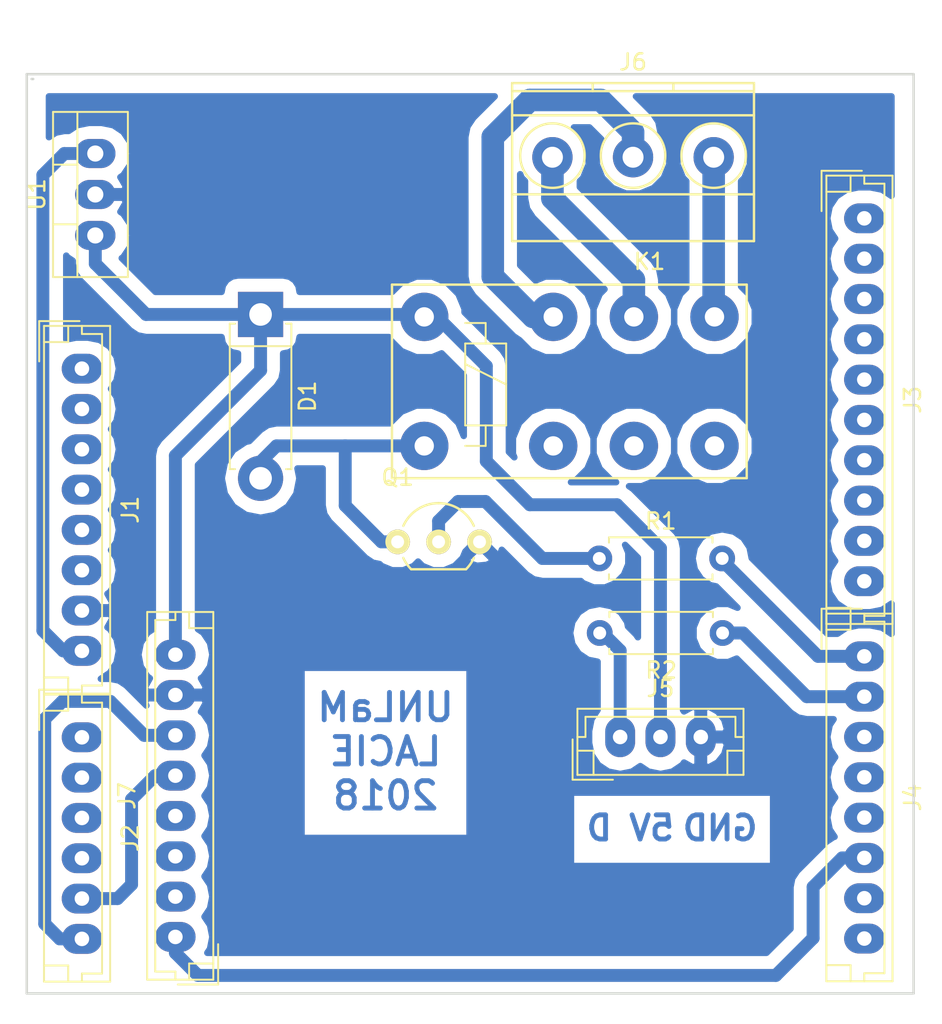
<source format=kicad_pcb>
(kicad_pcb (version 4) (host pcbnew 4.0.5+dfsg1-4)

  (general
    (links 21)
    (no_connects 0)
    (area 20.724999 21.224999 75.275001 78.075001)
    (thickness 1.6)
    (drawings 11)
    (tracks 78)
    (zones 0)
    (modules 13)
    (nets 46)
  )

  (page A4)
  (layers
    (0 F.Cu signal)
    (31 B.Cu signal)
    (32 B.Adhes user)
    (33 F.Adhes user)
    (34 B.Paste user)
    (35 F.Paste user)
    (36 B.SilkS user)
    (37 F.SilkS user)
    (38 B.Mask user)
    (39 F.Mask user)
    (40 Dwgs.User user)
    (41 Cmts.User user)
    (42 Eco1.User user)
    (43 Eco2.User user)
    (44 Edge.Cuts user)
    (45 Margin user)
    (46 B.CrtYd user)
    (47 F.CrtYd user)
    (48 B.Fab user)
    (49 F.Fab user)
  )

  (setup
    (last_trace_width 0.8)
    (user_trace_width 0.6)
    (user_trace_width 0.8)
    (user_trace_width 1)
    (user_trace_width 1.4)
    (trace_clearance 0.6)
    (zone_clearance 0.8)
    (zone_45_only no)
    (trace_min 0.2)
    (segment_width 0.2)
    (edge_width 0.15)
    (via_size 0.6)
    (via_drill 0.4)
    (via_min_size 0.4)
    (via_min_drill 0.3)
    (user_via 1 0.4)
    (user_via 1.5 0.6)
    (uvia_size 0.3)
    (uvia_drill 0.1)
    (uvias_allowed no)
    (uvia_min_size 0.2)
    (uvia_min_drill 0.1)
    (pcb_text_width 0.3)
    (pcb_text_size 1.5 1.5)
    (mod_edge_width 0.15)
    (mod_text_size 1 1)
    (mod_text_width 0.15)
    (pad_size 1.85 1.85)
    (pad_drill 0.8)
    (pad_to_mask_clearance 0.2)
    (aux_axis_origin 0 0)
    (visible_elements 7FFEFFFF)
    (pcbplotparams
      (layerselection 0x00000_80000000)
      (usegerberextensions false)
      (excludeedgelayer false)
      (linewidth 0.100000)
      (plotframeref false)
      (viasonmask false)
      (mode 1)
      (useauxorigin false)
      (hpglpennumber 1)
      (hpglpenspeed 20)
      (hpglpendiameter 15)
      (hpglpenoverlay 2)
      (psnegative false)
      (psa4output false)
      (plotreference true)
      (plotvalue true)
      (plotinvisibletext false)
      (padsonsilk false)
      (subtractmaskfromsilk false)
      (outputformat 4)
      (mirror false)
      (drillshape 1)
      (scaleselection 1)
      (outputdirectory ""))
  )

  (net 0 "")
  (net 1 +5V)
  (net 2 "Net-(D1-Pad2)")
  (net 3 "Net-(J1-Pad1)")
  (net 4 "Net-(J1-Pad2)")
  (net 5 "Net-(J1-Pad3)")
  (net 6 "Net-(J1-Pad4)")
  (net 7 "Net-(J1-Pad5)")
  (net 8 "Net-(J1-Pad6)")
  (net 9 GND)
  (net 10 /Vin)
  (net 11 "Net-(J2-Pad1)")
  (net 12 "Net-(J2-Pad2)")
  (net 13 "Net-(J2-Pad3)")
  (net 14 "Net-(J2-Pad4)")
  (net 15 /SDA)
  (net 16 /SCL)
  (net 17 "Net-(J3-Pad1)")
  (net 18 "Net-(J3-Pad2)")
  (net 19 "Net-(J3-Pad3)")
  (net 20 "Net-(J3-Pad4)")
  (net 21 "Net-(J3-Pad5)")
  (net 22 "Net-(J3-Pad6)")
  (net 23 "Net-(J3-Pad7)")
  (net 24 "Net-(J3-Pad8)")
  (net 25 "Net-(J3-Pad9)")
  (net 26 "Net-(J3-Pad10)")
  (net 27 "Net-(J4-Pad1)")
  (net 28 "Net-(J4-Pad2)")
  (net 29 "Net-(J4-Pad3)")
  (net 30 "Net-(J4-Pad4)")
  (net 31 "Net-(J4-Pad5)")
  (net 32 /INT)
  (net 33 "Net-(J4-Pad7)")
  (net 34 "Net-(J4-Pad8)")
  (net 35 /Data)
  (net 36 "Net-(J6-Pad3)")
  (net 37 "Net-(J6-Pad1)")
  (net 38 "Net-(J6-Pad2)")
  (net 39 "Net-(J7-Pad2)")
  (net 40 "Net-(J7-Pad3)")
  (net 41 "Net-(J7-Pad4)")
  (net 42 "Net-(Q1-Pad2)")
  (net 43 "Net-(K1-Pad13)")
  (net 44 "Net-(K1-Pad11)")
  (net 45 "Net-(K1-Pad9)")

  (net_class Default "Esta es la clase de red por defecto."
    (clearance 0.6)
    (trace_width 0.25)
    (via_dia 0.6)
    (via_drill 0.4)
    (uvia_dia 0.3)
    (uvia_drill 0.1)
    (add_net +5V)
    (add_net /Data)
    (add_net /INT)
    (add_net /SCL)
    (add_net /SDA)
    (add_net /Vin)
    (add_net GND)
    (add_net "Net-(D1-Pad2)")
    (add_net "Net-(J1-Pad1)")
    (add_net "Net-(J1-Pad2)")
    (add_net "Net-(J1-Pad3)")
    (add_net "Net-(J1-Pad4)")
    (add_net "Net-(J1-Pad5)")
    (add_net "Net-(J1-Pad6)")
    (add_net "Net-(J2-Pad1)")
    (add_net "Net-(J2-Pad2)")
    (add_net "Net-(J2-Pad3)")
    (add_net "Net-(J2-Pad4)")
    (add_net "Net-(J3-Pad1)")
    (add_net "Net-(J3-Pad10)")
    (add_net "Net-(J3-Pad2)")
    (add_net "Net-(J3-Pad3)")
    (add_net "Net-(J3-Pad4)")
    (add_net "Net-(J3-Pad5)")
    (add_net "Net-(J3-Pad6)")
    (add_net "Net-(J3-Pad7)")
    (add_net "Net-(J3-Pad8)")
    (add_net "Net-(J3-Pad9)")
    (add_net "Net-(J4-Pad1)")
    (add_net "Net-(J4-Pad2)")
    (add_net "Net-(J4-Pad3)")
    (add_net "Net-(J4-Pad4)")
    (add_net "Net-(J4-Pad5)")
    (add_net "Net-(J4-Pad7)")
    (add_net "Net-(J4-Pad8)")
    (add_net "Net-(J6-Pad1)")
    (add_net "Net-(J6-Pad2)")
    (add_net "Net-(J6-Pad3)")
    (add_net "Net-(J7-Pad2)")
    (add_net "Net-(J7-Pad3)")
    (add_net "Net-(J7-Pad4)")
    (add_net "Net-(K1-Pad11)")
    (add_net "Net-(K1-Pad13)")
    (add_net "Net-(K1-Pad9)")
    (add_net "Net-(Q1-Pad2)")
  )

  (module huellas:D_5W_P10.16mm_Horizontal (layer F.Cu) (tedit 5877C982) (tstamp 5BBE8E9D)
    (at 35 35.9 270)
    (descr "D, 5W series, Axial, Horizontal, pin pitch=10.16mm, , length*diameter=8.9*3.7mm^2, , http://www.diodes.com/_files/packages/8686949.gif")
    (tags "D 5W series Axial Horizontal pin pitch 10.16mm  length 8.9mm diameter 3.7mm")
    (path /5B5E830F)
    (fp_text reference D1 (at 5.08 -2.91 270) (layer F.SilkS)
      (effects (font (size 1 1) (thickness 0.15)))
    )
    (fp_text value D (at 5.08 2.91 270) (layer F.Fab)
      (effects (font (size 1 1) (thickness 0.15)))
    )
    (fp_line (start 0.63 -1.85) (end 0.63 1.85) (layer F.Fab) (width 0.1))
    (fp_line (start 0.63 1.85) (end 9.53 1.85) (layer F.Fab) (width 0.1))
    (fp_line (start 9.53 1.85) (end 9.53 -1.85) (layer F.Fab) (width 0.1))
    (fp_line (start 9.53 -1.85) (end 0.63 -1.85) (layer F.Fab) (width 0.1))
    (fp_line (start 0 0) (end 0.63 0) (layer F.Fab) (width 0.1))
    (fp_line (start 10.16 0) (end 9.53 0) (layer F.Fab) (width 0.1))
    (fp_line (start 1.965 -1.85) (end 1.965 1.85) (layer F.Fab) (width 0.1))
    (fp_line (start 0.57 -1.58) (end 0.57 -1.91) (layer F.SilkS) (width 0.12))
    (fp_line (start 0.57 -1.91) (end 9.59 -1.91) (layer F.SilkS) (width 0.12))
    (fp_line (start 9.59 -1.91) (end 9.59 -1.58) (layer F.SilkS) (width 0.12))
    (fp_line (start 0.57 1.58) (end 0.57 1.91) (layer F.SilkS) (width 0.12))
    (fp_line (start 0.57 1.91) (end 9.59 1.91) (layer F.SilkS) (width 0.12))
    (fp_line (start 9.59 1.91) (end 9.59 1.58) (layer F.SilkS) (width 0.12))
    (fp_line (start 1.965 -1.91) (end 1.965 1.91) (layer F.SilkS) (width 0.12))
    (fp_line (start -1.65 -2.2) (end -1.65 2.2) (layer F.CrtYd) (width 0.05))
    (fp_line (start -1.65 2.2) (end 11.85 2.2) (layer F.CrtYd) (width 0.05))
    (fp_line (start 11.85 2.2) (end 11.85 -2.2) (layer F.CrtYd) (width 0.05))
    (fp_line (start 11.85 -2.2) (end -1.65 -2.2) (layer F.CrtYd) (width 0.05))
    (pad 1 thru_hole rect (at 0 0 270) (size 2.8 2.8) (drill 1.4) (layers *.Cu *.Mask)
      (net 1 +5V))
    (pad 2 thru_hole oval (at 10.16 0 270) (size 2.8 2.8) (drill 1.4) (layers *.Cu *.Mask)
      (net 2 "Net-(D1-Pad2)"))
    (model Diodes_THT.3dshapes/D_5W_P10.16mm_Horizontal.wrl
      (at (xyz 0 0 0))
      (scale (xyz 0.393701 0.393701 0.393701))
      (rotate (xyz 0 0 0))
    )
  )

  (module huellas:JST_EH_B08B-EH-A_08x2.50mm_Straight (layer F.Cu) (tedit 5B9F300E) (tstamp 5BBE8EA2)
    (at 23.92 39.26 270)
    (descr "JST EH series connector, B08B-EH-A, 2.50mm pitch, top entry")
    (tags "connector jst eh top vertical straight")
    (path /5B5E6C89)
    (fp_text reference J1 (at 8.75 -3 270) (layer F.SilkS)
      (effects (font (size 1 1) (thickness 0.15)))
    )
    (fp_text value CONN_01X08 (at 8.75 3.5 270) (layer F.Fab)
      (effects (font (size 1 1) (thickness 0.15)))
    )
    (fp_text user %R (at 8.75 -3 270) (layer F.Fab)
      (effects (font (size 1 1) (thickness 0.15)))
    )
    (fp_line (start -2.5 -1.6) (end -2.5 2.2) (layer F.Fab) (width 0.1))
    (fp_line (start -2.5 2.2) (end 20 2.2) (layer F.Fab) (width 0.1))
    (fp_line (start 20 2.2) (end 20 -1.6) (layer F.Fab) (width 0.1))
    (fp_line (start 20 -1.6) (end -2.5 -1.6) (layer F.Fab) (width 0.1))
    (fp_line (start -2.65 -1.75) (end -2.65 2.35) (layer F.SilkS) (width 0.12))
    (fp_line (start -2.65 2.35) (end 20.15 2.35) (layer F.SilkS) (width 0.12))
    (fp_line (start 20.15 2.35) (end 20.15 -1.75) (layer F.SilkS) (width 0.12))
    (fp_line (start 20.15 -1.75) (end -2.65 -1.75) (layer F.SilkS) (width 0.12))
    (fp_line (start -2.65 0) (end -2.15 0) (layer F.SilkS) (width 0.12))
    (fp_line (start -2.15 0) (end -2.15 -1.25) (layer F.SilkS) (width 0.12))
    (fp_line (start -2.15 -1.25) (end 19.65 -1.25) (layer F.SilkS) (width 0.12))
    (fp_line (start 19.65 -1.25) (end 19.65 0) (layer F.SilkS) (width 0.12))
    (fp_line (start 19.65 0) (end 20.15 0) (layer F.SilkS) (width 0.12))
    (fp_line (start -2.65 0.85) (end -1.65 0.85) (layer F.SilkS) (width 0.12))
    (fp_line (start -1.65 0.85) (end -1.65 2.35) (layer F.SilkS) (width 0.12))
    (fp_line (start 20.15 0.85) (end 19.15 0.85) (layer F.SilkS) (width 0.12))
    (fp_line (start 19.15 0.85) (end 19.15 2.35) (layer F.SilkS) (width 0.12))
    (fp_line (start -2.95 0.15) (end -2.95 2.65) (layer F.SilkS) (width 0.12))
    (fp_line (start -2.95 2.65) (end -0.45 2.65) (layer F.SilkS) (width 0.12))
    (fp_line (start -2.95 0.15) (end -2.95 2.65) (layer F.Fab) (width 0.1))
    (fp_line (start -2.95 2.65) (end -0.45 2.65) (layer F.Fab) (width 0.1))
    (fp_line (start -3.15 -2.25) (end -3.15 2.85) (layer F.CrtYd) (width 0.05))
    (fp_line (start -3.15 2.85) (end 20.65 2.85) (layer F.CrtYd) (width 0.05))
    (fp_line (start 20.65 2.85) (end 20.65 -2.25) (layer F.CrtYd) (width 0.05))
    (fp_line (start 20.65 -2.25) (end -3.15 -2.25) (layer F.CrtYd) (width 0.05))
    (pad 1 thru_hole oval (at 0 0 270) (size 1.85 2.5) (drill 0.9) (layers *.Cu *.Mask)
      (net 3 "Net-(J1-Pad1)"))
    (pad 2 thru_hole oval (at 2.5 0 270) (size 1.85 2.5) (drill 0.9) (layers *.Cu *.Mask)
      (net 4 "Net-(J1-Pad2)"))
    (pad 3 thru_hole oval (at 5 0 270) (size 1.85 2.5) (drill 0.9) (layers *.Cu *.Mask)
      (net 5 "Net-(J1-Pad3)"))
    (pad 4 thru_hole oval (at 7.5 0 270) (size 1.85 2.5) (drill 0.9) (layers *.Cu *.Mask)
      (net 6 "Net-(J1-Pad4)"))
    (pad 5 thru_hole oval (at 10 0 270) (size 1.85 2.5) (drill 0.9) (layers *.Cu *.Mask)
      (net 7 "Net-(J1-Pad5)"))
    (pad 6 thru_hole oval (at 12.5 0 270) (size 1.85 2.5) (drill 0.9) (layers *.Cu *.Mask)
      (net 8 "Net-(J1-Pad6)"))
    (pad 7 thru_hole oval (at 15 0 270) (size 1.85 2.5) (drill 0.9) (layers *.Cu *.Mask)
      (net 9 GND))
    (pad 8 thru_hole oval (at 17.5 0 270) (size 1.85 2.5) (drill 0.9) (layers *.Cu *.Mask)
      (net 10 /Vin))
    (model Connectors_JST.3dshapes/JST_EH_B08B-EH-A_08x2.50mm_Straight.wrl
      (at (xyz 0 0 0))
      (scale (xyz 1 1 1))
      (rotate (xyz 0 0 0))
    )
  )

  (module huellas:JST_EH_B06B-EH-A_06x2.50mm_Straight (layer F.Cu) (tedit 5B9F2FEC) (tstamp 5BBE8EAD)
    (at 23.92 62.12 270)
    (descr "JST EH series connector, B06B-EH-A, 2.50mm pitch, top entry")
    (tags "connector jst eh top vertical straight")
    (path /5B5E6C64)
    (fp_text reference J2 (at 6.25 -3 270) (layer F.SilkS)
      (effects (font (size 1 1) (thickness 0.15)))
    )
    (fp_text value CONN_01X06 (at 6.25 3.5 270) (layer F.Fab)
      (effects (font (size 1 1) (thickness 0.15)))
    )
    (fp_text user %R (at 6.25 -3 270) (layer F.Fab)
      (effects (font (size 1 1) (thickness 0.15)))
    )
    (fp_line (start -2.5 -1.6) (end -2.5 2.2) (layer F.Fab) (width 0.1))
    (fp_line (start -2.5 2.2) (end 15 2.2) (layer F.Fab) (width 0.1))
    (fp_line (start 15 2.2) (end 15 -1.6) (layer F.Fab) (width 0.1))
    (fp_line (start 15 -1.6) (end -2.5 -1.6) (layer F.Fab) (width 0.1))
    (fp_line (start -2.65 -1.75) (end -2.65 2.35) (layer F.SilkS) (width 0.12))
    (fp_line (start -2.65 2.35) (end 15.15 2.35) (layer F.SilkS) (width 0.12))
    (fp_line (start 15.15 2.35) (end 15.15 -1.75) (layer F.SilkS) (width 0.12))
    (fp_line (start 15.15 -1.75) (end -2.65 -1.75) (layer F.SilkS) (width 0.12))
    (fp_line (start -2.65 0) (end -2.15 0) (layer F.SilkS) (width 0.12))
    (fp_line (start -2.15 0) (end -2.15 -1.25) (layer F.SilkS) (width 0.12))
    (fp_line (start -2.15 -1.25) (end 14.65 -1.25) (layer F.SilkS) (width 0.12))
    (fp_line (start 14.65 -1.25) (end 14.65 0) (layer F.SilkS) (width 0.12))
    (fp_line (start 14.65 0) (end 15.15 0) (layer F.SilkS) (width 0.12))
    (fp_line (start -2.65 0.85) (end -1.65 0.85) (layer F.SilkS) (width 0.12))
    (fp_line (start -1.65 0.85) (end -1.65 2.35) (layer F.SilkS) (width 0.12))
    (fp_line (start 15.15 0.85) (end 14.15 0.85) (layer F.SilkS) (width 0.12))
    (fp_line (start 14.15 0.85) (end 14.15 2.35) (layer F.SilkS) (width 0.12))
    (fp_line (start -2.95 0.15) (end -2.95 2.65) (layer F.SilkS) (width 0.12))
    (fp_line (start -2.95 2.65) (end -0.45 2.65) (layer F.SilkS) (width 0.12))
    (fp_line (start -2.95 0.15) (end -2.95 2.65) (layer F.Fab) (width 0.1))
    (fp_line (start -2.95 2.65) (end -0.45 2.65) (layer F.Fab) (width 0.1))
    (fp_line (start -3.15 -2.25) (end -3.15 2.85) (layer F.CrtYd) (width 0.05))
    (fp_line (start -3.15 2.85) (end 15.65 2.85) (layer F.CrtYd) (width 0.05))
    (fp_line (start 15.65 2.85) (end 15.65 -2.25) (layer F.CrtYd) (width 0.05))
    (fp_line (start 15.65 -2.25) (end -3.15 -2.25) (layer F.CrtYd) (width 0.05))
    (pad 1 thru_hole oval (at 0 0 270) (size 1.85 2.5) (drill 0.9) (layers *.Cu *.Mask)
      (net 11 "Net-(J2-Pad1)"))
    (pad 2 thru_hole oval (at 2.5 0 270) (size 1.85 2.5) (drill 0.9) (layers *.Cu *.Mask)
      (net 12 "Net-(J2-Pad2)"))
    (pad 3 thru_hole oval (at 5 0 270) (size 1.85 2.5) (drill 0.9) (layers *.Cu *.Mask)
      (net 13 "Net-(J2-Pad3)"))
    (pad 4 thru_hole oval (at 7.5 0 270) (size 1.85 2.5) (drill 0.9) (layers *.Cu *.Mask)
      (net 14 "Net-(J2-Pad4)"))
    (pad 5 thru_hole oval (at 10 0 270) (size 1.85 2.5) (drill 0.9) (layers *.Cu *.Mask)
      (net 15 /SDA))
    (pad 6 thru_hole oval (at 12.5 0 270) (size 1.85 2.5) (drill 0.9) (layers *.Cu *.Mask)
      (net 16 /SCL))
    (model Connectors_JST.3dshapes/JST_EH_B06B-EH-A_06x2.50mm_Straight.wrl
      (at (xyz 0 0 0))
      (scale (xyz 1 1 1))
      (rotate (xyz 0 0 0))
    )
  )

  (module huellas:JST_EH_B10B-EH-A_10x2.50mm_Straight (layer F.Cu) (tedit 5B9F3056) (tstamp 5BBE8EB6)
    (at 72.44 29.94 270)
    (descr "JST EH series connector, B10B-EH-A, 2.50mm pitch, top entry")
    (tags "connector jst eh top vertical straight")
    (path /5B5E6EB2)
    (fp_text reference J3 (at 11.25 -3 270) (layer F.SilkS)
      (effects (font (size 1 1) (thickness 0.15)))
    )
    (fp_text value CONN_01X10 (at 11.25 3.5 270) (layer F.Fab)
      (effects (font (size 1 1) (thickness 0.15)))
    )
    (fp_text user %R (at 11.25 -3 270) (layer F.Fab)
      (effects (font (size 1 1) (thickness 0.15)))
    )
    (fp_line (start -2.5 -1.6) (end -2.5 2.2) (layer F.Fab) (width 0.1))
    (fp_line (start -2.5 2.2) (end 25 2.2) (layer F.Fab) (width 0.1))
    (fp_line (start 25 2.2) (end 25 -1.6) (layer F.Fab) (width 0.1))
    (fp_line (start 25 -1.6) (end -2.5 -1.6) (layer F.Fab) (width 0.1))
    (fp_line (start -2.65 -1.75) (end -2.65 2.35) (layer F.SilkS) (width 0.12))
    (fp_line (start -2.65 2.35) (end 25.15 2.35) (layer F.SilkS) (width 0.12))
    (fp_line (start 25.15 2.35) (end 25.15 -1.75) (layer F.SilkS) (width 0.12))
    (fp_line (start 25.15 -1.75) (end -2.65 -1.75) (layer F.SilkS) (width 0.12))
    (fp_line (start -2.65 0) (end -2.15 0) (layer F.SilkS) (width 0.12))
    (fp_line (start -2.15 0) (end -2.15 -1.25) (layer F.SilkS) (width 0.12))
    (fp_line (start -2.15 -1.25) (end 24.65 -1.25) (layer F.SilkS) (width 0.12))
    (fp_line (start 24.65 -1.25) (end 24.65 0) (layer F.SilkS) (width 0.12))
    (fp_line (start 24.65 0) (end 25.15 0) (layer F.SilkS) (width 0.12))
    (fp_line (start -2.65 0.85) (end -1.65 0.85) (layer F.SilkS) (width 0.12))
    (fp_line (start -1.65 0.85) (end -1.65 2.35) (layer F.SilkS) (width 0.12))
    (fp_line (start 25.15 0.85) (end 24.15 0.85) (layer F.SilkS) (width 0.12))
    (fp_line (start 24.15 0.85) (end 24.15 2.35) (layer F.SilkS) (width 0.12))
    (fp_line (start -2.95 0.15) (end -2.95 2.65) (layer F.SilkS) (width 0.12))
    (fp_line (start -2.95 2.65) (end -0.45 2.65) (layer F.SilkS) (width 0.12))
    (fp_line (start -2.95 0.15) (end -2.95 2.65) (layer F.Fab) (width 0.1))
    (fp_line (start -2.95 2.65) (end -0.45 2.65) (layer F.Fab) (width 0.1))
    (fp_line (start -3.15 -2.25) (end -3.15 2.85) (layer F.CrtYd) (width 0.05))
    (fp_line (start -3.15 2.85) (end 25.65 2.85) (layer F.CrtYd) (width 0.05))
    (fp_line (start 25.65 2.85) (end 25.65 -2.25) (layer F.CrtYd) (width 0.05))
    (fp_line (start 25.65 -2.25) (end -3.15 -2.25) (layer F.CrtYd) (width 0.05))
    (pad 1 thru_hole oval (at 0 0 270) (size 1.85 2.5) (drill 0.9) (layers *.Cu *.Mask)
      (net 17 "Net-(J3-Pad1)"))
    (pad 2 thru_hole oval (at 2.5 0 270) (size 1.85 2.5) (drill 0.9) (layers *.Cu *.Mask)
      (net 18 "Net-(J3-Pad2)"))
    (pad 3 thru_hole oval (at 5 0 270) (size 1.85 2.5) (drill 0.9) (layers *.Cu *.Mask)
      (net 19 "Net-(J3-Pad3)"))
    (pad 4 thru_hole oval (at 7.5 0 270) (size 1.85 2.5) (drill 0.9) (layers *.Cu *.Mask)
      (net 20 "Net-(J3-Pad4)"))
    (pad 5 thru_hole oval (at 10 0 270) (size 1.85 2.5) (drill 0.9) (layers *.Cu *.Mask)
      (net 21 "Net-(J3-Pad5)"))
    (pad 6 thru_hole oval (at 12.5 0 270) (size 1.85 2.5) (drill 0.9) (layers *.Cu *.Mask)
      (net 22 "Net-(J3-Pad6)"))
    (pad 7 thru_hole oval (at 15 0 270) (size 1.85 2.5) (drill 0.9) (layers *.Cu *.Mask)
      (net 23 "Net-(J3-Pad7)"))
    (pad 8 thru_hole oval (at 17.5 0 270) (size 1.85 2.5) (drill 0.9) (layers *.Cu *.Mask)
      (net 24 "Net-(J3-Pad8)"))
    (pad 9 thru_hole oval (at 20 0 270) (size 1.85 2.5) (drill 0.9) (layers *.Cu *.Mask)
      (net 25 "Net-(J3-Pad9)"))
    (pad 10 thru_hole oval (at 22.5 0 270) (size 1.85 2.5) (drill 0.9) (layers *.Cu *.Mask)
      (net 26 "Net-(J3-Pad10)"))
    (model Connectors_JST.3dshapes/JST_EH_B10B-EH-A_10x2.50mm_Straight.wrl
      (at (xyz 0 0 0))
      (scale (xyz 1 1 1))
      (rotate (xyz 0 0 0))
    )
  )

  (module huellas:JST_EH_B08B-EH-A_08x2.50mm_Straight (layer F.Cu) (tedit 5B9F300E) (tstamp 5BBE8EC3)
    (at 72.4408 57.0992 270)
    (descr "JST EH series connector, B08B-EH-A, 2.50mm pitch, top entry")
    (tags "connector jst eh top vertical straight")
    (path /5B5E6E57)
    (fp_text reference J4 (at 8.75 -3 270) (layer F.SilkS)
      (effects (font (size 1 1) (thickness 0.15)))
    )
    (fp_text value CONN_01X08 (at 8.75 3.5 270) (layer F.Fab)
      (effects (font (size 1 1) (thickness 0.15)))
    )
    (fp_text user %R (at 8.75 -3 270) (layer F.Fab)
      (effects (font (size 1 1) (thickness 0.15)))
    )
    (fp_line (start -2.5 -1.6) (end -2.5 2.2) (layer F.Fab) (width 0.1))
    (fp_line (start -2.5 2.2) (end 20 2.2) (layer F.Fab) (width 0.1))
    (fp_line (start 20 2.2) (end 20 -1.6) (layer F.Fab) (width 0.1))
    (fp_line (start 20 -1.6) (end -2.5 -1.6) (layer F.Fab) (width 0.1))
    (fp_line (start -2.65 -1.75) (end -2.65 2.35) (layer F.SilkS) (width 0.12))
    (fp_line (start -2.65 2.35) (end 20.15 2.35) (layer F.SilkS) (width 0.12))
    (fp_line (start 20.15 2.35) (end 20.15 -1.75) (layer F.SilkS) (width 0.12))
    (fp_line (start 20.15 -1.75) (end -2.65 -1.75) (layer F.SilkS) (width 0.12))
    (fp_line (start -2.65 0) (end -2.15 0) (layer F.SilkS) (width 0.12))
    (fp_line (start -2.15 0) (end -2.15 -1.25) (layer F.SilkS) (width 0.12))
    (fp_line (start -2.15 -1.25) (end 19.65 -1.25) (layer F.SilkS) (width 0.12))
    (fp_line (start 19.65 -1.25) (end 19.65 0) (layer F.SilkS) (width 0.12))
    (fp_line (start 19.65 0) (end 20.15 0) (layer F.SilkS) (width 0.12))
    (fp_line (start -2.65 0.85) (end -1.65 0.85) (layer F.SilkS) (width 0.12))
    (fp_line (start -1.65 0.85) (end -1.65 2.35) (layer F.SilkS) (width 0.12))
    (fp_line (start 20.15 0.85) (end 19.15 0.85) (layer F.SilkS) (width 0.12))
    (fp_line (start 19.15 0.85) (end 19.15 2.35) (layer F.SilkS) (width 0.12))
    (fp_line (start -2.95 0.15) (end -2.95 2.65) (layer F.SilkS) (width 0.12))
    (fp_line (start -2.95 2.65) (end -0.45 2.65) (layer F.SilkS) (width 0.12))
    (fp_line (start -2.95 0.15) (end -2.95 2.65) (layer F.Fab) (width 0.1))
    (fp_line (start -2.95 2.65) (end -0.45 2.65) (layer F.Fab) (width 0.1))
    (fp_line (start -3.15 -2.25) (end -3.15 2.85) (layer F.CrtYd) (width 0.05))
    (fp_line (start -3.15 2.85) (end 20.65 2.85) (layer F.CrtYd) (width 0.05))
    (fp_line (start 20.65 2.85) (end 20.65 -2.25) (layer F.CrtYd) (width 0.05))
    (fp_line (start 20.65 -2.25) (end -3.15 -2.25) (layer F.CrtYd) (width 0.05))
    (pad 1 thru_hole oval (at 0 0 270) (size 1.85 2.5) (drill 0.9) (layers *.Cu *.Mask)
      (net 27 "Net-(J4-Pad1)"))
    (pad 2 thru_hole oval (at 2.5 0 270) (size 1.85 2.5) (drill 0.9) (layers *.Cu *.Mask)
      (net 28 "Net-(J4-Pad2)"))
    (pad 3 thru_hole oval (at 5 0 270) (size 1.85 2.5) (drill 0.9) (layers *.Cu *.Mask)
      (net 29 "Net-(J4-Pad3)"))
    (pad 4 thru_hole oval (at 7.5 0 270) (size 1.85 2.5) (drill 0.9) (layers *.Cu *.Mask)
      (net 30 "Net-(J4-Pad4)"))
    (pad 5 thru_hole oval (at 10 0 270) (size 1.85 2.5) (drill 0.9) (layers *.Cu *.Mask)
      (net 31 "Net-(J4-Pad5)"))
    (pad 6 thru_hole oval (at 12.5 0 270) (size 1.85 2.5) (drill 0.9) (layers *.Cu *.Mask)
      (net 32 /INT))
    (pad 7 thru_hole oval (at 15 0 270) (size 1.85 2.5) (drill 0.9) (layers *.Cu *.Mask)
      (net 33 "Net-(J4-Pad7)"))
    (pad 8 thru_hole oval (at 17.5 0 270) (size 1.85 2.5) (drill 0.9) (layers *.Cu *.Mask)
      (net 34 "Net-(J4-Pad8)"))
    (model Connectors_JST.3dshapes/JST_EH_B08B-EH-A_08x2.50mm_Straight.wrl
      (at (xyz 0 0 0))
      (scale (xyz 1 1 1))
      (rotate (xyz 0 0 0))
    )
  )

  (module huellas:JST_EH_B03B-EH-A_03x2.50mm_Straight (layer F.Cu) (tedit 5B9F3164) (tstamp 5BBE8ECE)
    (at 57.3 62.1)
    (descr "JST EH series connector, B03B-EH-A, 2.50mm pitch, top entry")
    (tags "connector jst eh top vertical straight")
    (path /5B5E6F70)
    (fp_text reference J5 (at 2.5 -3) (layer F.SilkS)
      (effects (font (size 1 1) (thickness 0.15)))
    )
    (fp_text value CONN_01X03 (at 2.5 3.5) (layer F.Fab)
      (effects (font (size 1 1) (thickness 0.15)))
    )
    (fp_text user %R (at 2.5 -3) (layer F.Fab)
      (effects (font (size 1 1) (thickness 0.15)))
    )
    (fp_line (start -2.5 -1.6) (end -2.5 2.2) (layer F.Fab) (width 0.1))
    (fp_line (start -2.5 2.2) (end 7.5 2.2) (layer F.Fab) (width 0.1))
    (fp_line (start 7.5 2.2) (end 7.5 -1.6) (layer F.Fab) (width 0.1))
    (fp_line (start 7.5 -1.6) (end -2.5 -1.6) (layer F.Fab) (width 0.1))
    (fp_line (start -2.65 -1.75) (end -2.65 2.35) (layer F.SilkS) (width 0.12))
    (fp_line (start -2.65 2.35) (end 7.65 2.35) (layer F.SilkS) (width 0.12))
    (fp_line (start 7.65 2.35) (end 7.65 -1.75) (layer F.SilkS) (width 0.12))
    (fp_line (start 7.65 -1.75) (end -2.65 -1.75) (layer F.SilkS) (width 0.12))
    (fp_line (start -2.65 0) (end -2.15 0) (layer F.SilkS) (width 0.12))
    (fp_line (start -2.15 0) (end -2.15 -1.25) (layer F.SilkS) (width 0.12))
    (fp_line (start -2.15 -1.25) (end 7.15 -1.25) (layer F.SilkS) (width 0.12))
    (fp_line (start 7.15 -1.25) (end 7.15 0) (layer F.SilkS) (width 0.12))
    (fp_line (start 7.15 0) (end 7.65 0) (layer F.SilkS) (width 0.12))
    (fp_line (start -2.65 0.85) (end -1.65 0.85) (layer F.SilkS) (width 0.12))
    (fp_line (start -1.65 0.85) (end -1.65 2.35) (layer F.SilkS) (width 0.12))
    (fp_line (start 7.65 0.85) (end 6.65 0.85) (layer F.SilkS) (width 0.12))
    (fp_line (start 6.65 0.85) (end 6.65 2.35) (layer F.SilkS) (width 0.12))
    (fp_line (start -2.95 0.15) (end -2.95 2.65) (layer F.SilkS) (width 0.12))
    (fp_line (start -2.95 2.65) (end -0.45 2.65) (layer F.SilkS) (width 0.12))
    (fp_line (start -2.95 0.15) (end -2.95 2.65) (layer F.Fab) (width 0.1))
    (fp_line (start -2.95 2.65) (end -0.45 2.65) (layer F.Fab) (width 0.1))
    (fp_line (start -3.15 -2.25) (end -3.15 2.85) (layer F.CrtYd) (width 0.05))
    (fp_line (start -3.15 2.85) (end 8.15 2.85) (layer F.CrtYd) (width 0.05))
    (fp_line (start 8.15 2.85) (end 8.15 -2.25) (layer F.CrtYd) (width 0.05))
    (fp_line (start 8.15 -2.25) (end -3.15 -2.25) (layer F.CrtYd) (width 0.05))
    (pad 1 thru_hole oval (at 0 0) (size 1.85 2.5) (drill 0.9) (layers *.Cu *.Mask)
      (net 35 /Data))
    (pad 2 thru_hole oval (at 2.5 0) (size 1.85 2.5) (drill 0.9) (layers *.Cu *.Mask)
      (net 1 +5V))
    (pad 3 thru_hole oval (at 5 0) (size 1.85 2.5) (drill 0.9) (layers *.Cu *.Mask)
      (net 9 GND))
    (model Connectors_JST.3dshapes/JST_EH_B03B-EH-A_03x2.50mm_Straight.wrl
      (at (xyz 0 0 0))
      (scale (xyz 1 1 1))
      (rotate (xyz 0 0 0))
    )
  )

  (module huellas:TerminalBlock_Pheonix_MKDS1.5-3pol (layer F.Cu) (tedit 5B8D5428) (tstamp 5BBE8ED4)
    (at 63.1 26.15 180)
    (descr "3-way 5mm pitch terminal block, Phoenix MKDS series")
    (path /5B5E70F3)
    (fp_text reference J6 (at 5 5.9 180) (layer F.SilkS)
      (effects (font (size 1 1) (thickness 0.15)))
    )
    (fp_text value Screw_Terminal_1x03 (at 5 -6.6 180) (layer F.Fab)
      (effects (font (size 1 1) (thickness 0.15)))
    )
    (fp_line (start -2.7 4.8) (end -2.7 -5.4) (layer F.CrtYd) (width 0.05))
    (fp_line (start 12.7 4.8) (end -2.7 4.8) (layer F.CrtYd) (width 0.05))
    (fp_line (start 12.7 -5.4) (end 12.7 4.8) (layer F.CrtYd) (width 0.05))
    (fp_line (start -2.7 -5.4) (end 12.7 -5.4) (layer F.CrtYd) (width 0.05))
    (fp_circle (center 10 0.1) (end 8 0.1) (layer F.SilkS) (width 0.15))
    (fp_line (start 7.5 4.1) (end 7.5 4.6) (layer F.SilkS) (width 0.15))
    (fp_line (start 2.5 4.1) (end 2.5 4.6) (layer F.SilkS) (width 0.15))
    (fp_circle (center 5 0.1) (end 3 0.1) (layer F.SilkS) (width 0.15))
    (fp_circle (center 0 0.1) (end 2 0.1) (layer F.SilkS) (width 0.15))
    (fp_line (start -2.5 2.6) (end 12.5 2.6) (layer F.SilkS) (width 0.15))
    (fp_line (start -2.5 -2.3) (end 12.5 -2.3) (layer F.SilkS) (width 0.15))
    (fp_line (start -2.5 4.1) (end 12.5 4.1) (layer F.SilkS) (width 0.15))
    (fp_line (start -2.5 4.6) (end 12.5 4.6) (layer F.SilkS) (width 0.15))
    (fp_line (start 12.5 4.6) (end 12.5 -5.2) (layer F.SilkS) (width 0.15))
    (fp_line (start 12.5 -5.2) (end -2.5 -5.2) (layer F.SilkS) (width 0.15))
    (fp_line (start -2.5 -5.2) (end -2.5 4.6) (layer F.SilkS) (width 0.15))
    (pad 3 thru_hole circle (at 10 0 180) (size 2.5 2.5) (drill 1.3) (layers *.Cu *.Mask)
      (net 36 "Net-(J6-Pad3)"))
    (pad 1 thru_hole circle (at 0 0 180) (size 2.5 2.5) (drill 1.3) (layers *.Cu *.Mask)
      (net 37 "Net-(J6-Pad1)"))
    (pad 2 thru_hole circle (at 5 0 180) (size 2.5 2.5) (drill 1.3) (layers *.Cu *.Mask)
      (net 38 "Net-(J6-Pad2)"))
    (model Terminal_Blocks.3dshapes/TerminalBlock_Pheonix_MKDS1.5-3pol.wrl
      (at (xyz 0.1968 0 0))
      (scale (xyz 1 1 1))
      (rotate (xyz 0 0 0))
    )
  )

  (module huellas:JST_EH_B08B-EH-A_08x2.50mm_Straight (layer F.Cu) (tedit 5B9F300E) (tstamp 5BBE8EDA)
    (at 29.718 74.4982 90)
    (descr "JST EH series connector, B08B-EH-A, 2.50mm pitch, top entry")
    (tags "connector jst eh top vertical straight")
    (path /5B5E7780)
    (fp_text reference J7 (at 8.75 -3 90) (layer F.SilkS)
      (effects (font (size 1 1) (thickness 0.15)))
    )
    (fp_text value CONN_01X08 (at 8.75 3.5 90) (layer F.Fab)
      (effects (font (size 1 1) (thickness 0.15)))
    )
    (fp_text user %R (at 8.75 -3 90) (layer F.Fab)
      (effects (font (size 1 1) (thickness 0.15)))
    )
    (fp_line (start -2.5 -1.6) (end -2.5 2.2) (layer F.Fab) (width 0.1))
    (fp_line (start -2.5 2.2) (end 20 2.2) (layer F.Fab) (width 0.1))
    (fp_line (start 20 2.2) (end 20 -1.6) (layer F.Fab) (width 0.1))
    (fp_line (start 20 -1.6) (end -2.5 -1.6) (layer F.Fab) (width 0.1))
    (fp_line (start -2.65 -1.75) (end -2.65 2.35) (layer F.SilkS) (width 0.12))
    (fp_line (start -2.65 2.35) (end 20.15 2.35) (layer F.SilkS) (width 0.12))
    (fp_line (start 20.15 2.35) (end 20.15 -1.75) (layer F.SilkS) (width 0.12))
    (fp_line (start 20.15 -1.75) (end -2.65 -1.75) (layer F.SilkS) (width 0.12))
    (fp_line (start -2.65 0) (end -2.15 0) (layer F.SilkS) (width 0.12))
    (fp_line (start -2.15 0) (end -2.15 -1.25) (layer F.SilkS) (width 0.12))
    (fp_line (start -2.15 -1.25) (end 19.65 -1.25) (layer F.SilkS) (width 0.12))
    (fp_line (start 19.65 -1.25) (end 19.65 0) (layer F.SilkS) (width 0.12))
    (fp_line (start 19.65 0) (end 20.15 0) (layer F.SilkS) (width 0.12))
    (fp_line (start -2.65 0.85) (end -1.65 0.85) (layer F.SilkS) (width 0.12))
    (fp_line (start -1.65 0.85) (end -1.65 2.35) (layer F.SilkS) (width 0.12))
    (fp_line (start 20.15 0.85) (end 19.15 0.85) (layer F.SilkS) (width 0.12))
    (fp_line (start 19.15 0.85) (end 19.15 2.35) (layer F.SilkS) (width 0.12))
    (fp_line (start -2.95 0.15) (end -2.95 2.65) (layer F.SilkS) (width 0.12))
    (fp_line (start -2.95 2.65) (end -0.45 2.65) (layer F.SilkS) (width 0.12))
    (fp_line (start -2.95 0.15) (end -2.95 2.65) (layer F.Fab) (width 0.1))
    (fp_line (start -2.95 2.65) (end -0.45 2.65) (layer F.Fab) (width 0.1))
    (fp_line (start -3.15 -2.25) (end -3.15 2.85) (layer F.CrtYd) (width 0.05))
    (fp_line (start -3.15 2.85) (end 20.65 2.85) (layer F.CrtYd) (width 0.05))
    (fp_line (start 20.65 2.85) (end 20.65 -2.25) (layer F.CrtYd) (width 0.05))
    (fp_line (start 20.65 -2.25) (end -3.15 -2.25) (layer F.CrtYd) (width 0.05))
    (pad 1 thru_hole oval (at 0 0 90) (size 1.85 2.5) (drill 0.9) (layers *.Cu *.Mask)
      (net 32 /INT))
    (pad 2 thru_hole oval (at 2.5 0 90) (size 1.85 2.5) (drill 0.9) (layers *.Cu *.Mask)
      (net 39 "Net-(J7-Pad2)"))
    (pad 3 thru_hole oval (at 5 0 90) (size 1.85 2.5) (drill 0.9) (layers *.Cu *.Mask)
      (net 40 "Net-(J7-Pad3)"))
    (pad 4 thru_hole oval (at 7.5 0 90) (size 1.85 2.5) (drill 0.9) (layers *.Cu *.Mask)
      (net 41 "Net-(J7-Pad4)"))
    (pad 5 thru_hole oval (at 10 0 90) (size 1.85 2.5) (drill 0.9) (layers *.Cu *.Mask)
      (net 15 /SDA))
    (pad 6 thru_hole oval (at 12.5 0 90) (size 1.85 2.5) (drill 0.9) (layers *.Cu *.Mask)
      (net 16 /SCL))
    (pad 7 thru_hole oval (at 15 0 90) (size 1.85 2.5) (drill 0.9) (layers *.Cu *.Mask)
      (net 9 GND))
    (pad 8 thru_hole oval (at 17.5 0 90) (size 1.85 2.5) (drill 0.9) (layers *.Cu *.Mask)
      (net 1 +5V))
    (model Connectors_JST.3dshapes/JST_EH_B08B-EH-A_08x2.50mm_Straight.wrl
      (at (xyz 0 0 0))
      (scale (xyz 1 1 1))
      (rotate (xyz 0 0 0))
    )
  )

  (module huellas:Relay_THT_5V (layer F.Cu) (tedit 5B88A1A6) (tstamp 5BBE8EE5)
    (at 45.15 44.05)
    (descr "Relay TDS-0502L")
    (tags "Relay TDS-0502L")
    (path /5B8888DD)
    (fp_text reference K1 (at 13.97 -11.43) (layer F.SilkS)
      (effects (font (size 1 1) (thickness 0.15)))
    )
    (fp_text value AZ850-x (at 12.7 5.08) (layer F.Fab)
      (effects (font (size 1 1) (thickness 0.15)))
    )
    (fp_line (start -2 -10) (end -2 2) (layer F.SilkS) (width 0.15))
    (fp_line (start -2 2) (end 20 2) (layer F.SilkS) (width 0.15))
    (fp_line (start 20 2) (end 20 -10) (layer F.SilkS) (width 0.15))
    (fp_line (start 20 -10) (end -2 -10) (layer F.SilkS) (width 0.15))
    (fp_line (start 20.2 2.2) (end -2.2 2.2) (layer F.CrtYd) (width 0.05))
    (fp_line (start 20.2 -10.2) (end 20.2 2.2) (layer F.CrtYd) (width 0.05))
    (fp_line (start -2.2 -10.2) (end 20.2 -10.2) (layer F.CrtYd) (width 0.05))
    (fp_line (start -2.2 2.2) (end -2.2 -10.2) (layer F.CrtYd) (width 0.05))
    (fp_line (start 2.54 -5.08) (end 5.08 -3.81) (layer F.SilkS) (width 0.12))
    (fp_line (start 3.81 -1.27) (end 3.81 0) (layer F.SilkS) (width 0.12))
    (fp_line (start 3.81 0) (end 2.54 0) (layer F.SilkS) (width 0.12))
    (fp_line (start 2.54 -7.62) (end 3.81 -7.62) (layer F.SilkS) (width 0.12))
    (fp_line (start 3.81 -7.62) (end 3.81 -6.35) (layer F.SilkS) (width 0.12))
    (fp_line (start 3.81 -6.35) (end 5.08 -6.35) (layer F.SilkS) (width 0.12))
    (fp_line (start 5.08 -6.35) (end 5.08 -1.27) (layer F.SilkS) (width 0.12))
    (fp_line (start 5.08 -1.27) (end 2.54 -1.27) (layer F.SilkS) (width 0.12))
    (fp_line (start 2.54 -1.27) (end 2.54 -6.35) (layer F.SilkS) (width 0.12))
    (fp_line (start 2.54 -6.35) (end 3.81 -6.35) (layer F.SilkS) (width 0.12))
    (pad 1 thru_hole circle (at 0 -8) (size 2.99974 2.99974) (drill 1.19888) (layers *.Cu *.Mask)
      (net 1 +5V))
    (pad 16 thru_hole circle (at 0 0) (size 2.99974 2.99974) (drill 1.19888) (layers *.Cu *.Mask)
      (net 2 "Net-(D1-Pad2)"))
    (pad 13 thru_hole circle (at 8 0) (size 2.99974 2.99974) (drill 1.19888) (layers *.Cu *.Mask)
      (net 43 "Net-(K1-Pad13)"))
    (pad 11 thru_hole circle (at 13 0) (size 2.99974 2.99974) (drill 1.19888) (layers *.Cu *.Mask)
      (net 44 "Net-(K1-Pad11)"))
    (pad 9 thru_hole circle (at 18 0) (size 2.99974 2.99974) (drill 1.19888) (layers *.Cu *.Mask)
      (net 45 "Net-(K1-Pad9)"))
    (pad 4 thru_hole circle (at 8 -8) (size 2.99974 2.99974) (drill 1.19888) (layers *.Cu *.Mask)
      (net 38 "Net-(J6-Pad2)"))
    (pad 6 thru_hole circle (at 13 -8) (size 2.99974 2.99974) (drill 1.19888) (layers *.Cu *.Mask)
      (net 36 "Net-(J6-Pad3)"))
    (pad 8 thru_hole circle (at 18 -8) (size 2.99974 2.99974) (drill 1.19888) (layers *.Cu *.Mask)
      (net 37 "Net-(J6-Pad1)"))
  )

  (module TO_SOT_Packages_THT:TO-92_Inline_Wide (layer F.Cu) (tedit 54F242B4) (tstamp 5BBE8EF0)
    (at 43.5 50)
    (descr "TO-92 leads in-line, wide, drill 0.8mm (see NXP sot054_po.pdf)")
    (tags "to-92 sc-43 sc-43a sot54 PA33 transistor")
    (path /5B60047E)
    (fp_text reference Q1 (at 0 -4 180) (layer F.SilkS)
      (effects (font (size 1 1) (thickness 0.15)))
    )
    (fp_text value BC548 (at 0 3) (layer F.Fab)
      (effects (font (size 1 1) (thickness 0.15)))
    )
    (fp_arc (start 2.54 0) (end 0.84 1.7) (angle 20.5) (layer F.SilkS) (width 0.15))
    (fp_arc (start 2.54 0) (end 4.24 1.7) (angle -20.5) (layer F.SilkS) (width 0.15))
    (fp_line (start -1 1.95) (end -1 -2.65) (layer F.CrtYd) (width 0.05))
    (fp_line (start -1 1.95) (end 6.1 1.95) (layer F.CrtYd) (width 0.05))
    (fp_line (start 0.84 1.7) (end 4.24 1.7) (layer F.SilkS) (width 0.15))
    (fp_arc (start 2.54 0) (end 2.54 -2.4) (angle -65.55604127) (layer F.SilkS) (width 0.15))
    (fp_arc (start 2.54 0) (end 2.54 -2.4) (angle 65.55604127) (layer F.SilkS) (width 0.15))
    (fp_line (start -1 -2.65) (end 6.1 -2.65) (layer F.CrtYd) (width 0.05))
    (fp_line (start 6.1 1.95) (end 6.1 -2.65) (layer F.CrtYd) (width 0.05))
    (pad 2 thru_hole circle (at 2.54 0 90) (size 1.524 1.524) (drill 0.8) (layers *.Cu *.Mask F.SilkS)
      (net 42 "Net-(Q1-Pad2)"))
    (pad 3 thru_hole circle (at 5.08 0 90) (size 1.524 1.524) (drill 0.8) (layers *.Cu *.Mask F.SilkS)
      (net 9 GND))
    (pad 1 thru_hole circle (at 0 0 90) (size 1.524 1.524) (drill 0.8) (layers *.Cu *.Mask F.SilkS)
      (net 2 "Net-(D1-Pad2)"))
    (model TO_SOT_Packages_THT.3dshapes/TO-92_Inline_Wide.wrl
      (at (xyz 0.1 0 0))
      (scale (xyz 1 1 1))
      (rotate (xyz 0 0 -90))
    )
  )

  (module huellas:R_Axial_DIN0207_L6.3mm_D2.5mm_P7.62mm_Horizontal (layer F.Cu) (tedit 5874F706) (tstamp 5BBE8EF6)
    (at 56.007 51.0286)
    (descr "Resistor, Axial_DIN0207 series, Axial, Horizontal, pin pitch=7.62mm, 0.25W = 1/4W, length*diameter=6.3*2.5mm^2, http://cdn-reichelt.de/documents/datenblatt/B400/1_4W%23YAG.pdf")
    (tags "Resistor Axial_DIN0207 series Axial Horizontal pin pitch 7.62mm 0.25W = 1/4W length 6.3mm diameter 2.5mm")
    (path /5B600503)
    (fp_text reference R1 (at 3.81 -2.31) (layer F.SilkS)
      (effects (font (size 1 1) (thickness 0.15)))
    )
    (fp_text value 1K (at 3.81 2.31) (layer F.Fab)
      (effects (font (size 1 1) (thickness 0.15)))
    )
    (fp_line (start 0.66 -1.25) (end 0.66 1.25) (layer F.Fab) (width 0.1))
    (fp_line (start 0.66 1.25) (end 6.96 1.25) (layer F.Fab) (width 0.1))
    (fp_line (start 6.96 1.25) (end 6.96 -1.25) (layer F.Fab) (width 0.1))
    (fp_line (start 6.96 -1.25) (end 0.66 -1.25) (layer F.Fab) (width 0.1))
    (fp_line (start 0 0) (end 0.66 0) (layer F.Fab) (width 0.1))
    (fp_line (start 7.62 0) (end 6.96 0) (layer F.Fab) (width 0.1))
    (fp_line (start 0.6 -0.98) (end 0.6 -1.31) (layer F.SilkS) (width 0.12))
    (fp_line (start 0.6 -1.31) (end 7.02 -1.31) (layer F.SilkS) (width 0.12))
    (fp_line (start 7.02 -1.31) (end 7.02 -0.98) (layer F.SilkS) (width 0.12))
    (fp_line (start 0.6 0.98) (end 0.6 1.31) (layer F.SilkS) (width 0.12))
    (fp_line (start 0.6 1.31) (end 7.02 1.31) (layer F.SilkS) (width 0.12))
    (fp_line (start 7.02 1.31) (end 7.02 0.98) (layer F.SilkS) (width 0.12))
    (fp_line (start -1.05 -1.6) (end -1.05 1.6) (layer F.CrtYd) (width 0.05))
    (fp_line (start -1.05 1.6) (end 8.7 1.6) (layer F.CrtYd) (width 0.05))
    (fp_line (start 8.7 1.6) (end 8.7 -1.6) (layer F.CrtYd) (width 0.05))
    (fp_line (start 8.7 -1.6) (end -1.05 -1.6) (layer F.CrtYd) (width 0.05))
    (pad 1 thru_hole circle (at 0 0) (size 1.6 1.6) (drill 0.8) (layers *.Cu *.Mask)
      (net 42 "Net-(Q1-Pad2)"))
    (pad 2 thru_hole oval (at 7.62 0) (size 1.6 1.6) (drill 0.8) (layers *.Cu *.Mask)
      (net 27 "Net-(J4-Pad1)"))
    (model Resistors_THT.3dshapes/R_Axial_DIN0207_L6.3mm_D2.5mm_P7.62mm_Horizontal.wrl
      (at (xyz 0 0 0))
      (scale (xyz 0.393701 0.393701 0.393701))
      (rotate (xyz 0 0 0))
    )
  )

  (module huellas:R_Axial_DIN0207_L6.3mm_D2.5mm_P7.62mm_Horizontal (layer F.Cu) (tedit 5874F706) (tstamp 5BBE8EFB)
    (at 63.6524 55.6514 180)
    (descr "Resistor, Axial_DIN0207 series, Axial, Horizontal, pin pitch=7.62mm, 0.25W = 1/4W, length*diameter=6.3*2.5mm^2, http://cdn-reichelt.de/documents/datenblatt/B400/1_4W%23YAG.pdf")
    (tags "Resistor Axial_DIN0207 series Axial Horizontal pin pitch 7.62mm 0.25W = 1/4W length 6.3mm diameter 2.5mm")
    (path /5B605AC5)
    (fp_text reference R2 (at 3.81 -2.31 180) (layer F.SilkS)
      (effects (font (size 1 1) (thickness 0.15)))
    )
    (fp_text value 330 (at 3.81 2.31 180) (layer F.Fab)
      (effects (font (size 1 1) (thickness 0.15)))
    )
    (fp_line (start 0.66 -1.25) (end 0.66 1.25) (layer F.Fab) (width 0.1))
    (fp_line (start 0.66 1.25) (end 6.96 1.25) (layer F.Fab) (width 0.1))
    (fp_line (start 6.96 1.25) (end 6.96 -1.25) (layer F.Fab) (width 0.1))
    (fp_line (start 6.96 -1.25) (end 0.66 -1.25) (layer F.Fab) (width 0.1))
    (fp_line (start 0 0) (end 0.66 0) (layer F.Fab) (width 0.1))
    (fp_line (start 7.62 0) (end 6.96 0) (layer F.Fab) (width 0.1))
    (fp_line (start 0.6 -0.98) (end 0.6 -1.31) (layer F.SilkS) (width 0.12))
    (fp_line (start 0.6 -1.31) (end 7.02 -1.31) (layer F.SilkS) (width 0.12))
    (fp_line (start 7.02 -1.31) (end 7.02 -0.98) (layer F.SilkS) (width 0.12))
    (fp_line (start 0.6 0.98) (end 0.6 1.31) (layer F.SilkS) (width 0.12))
    (fp_line (start 0.6 1.31) (end 7.02 1.31) (layer F.SilkS) (width 0.12))
    (fp_line (start 7.02 1.31) (end 7.02 0.98) (layer F.SilkS) (width 0.12))
    (fp_line (start -1.05 -1.6) (end -1.05 1.6) (layer F.CrtYd) (width 0.05))
    (fp_line (start -1.05 1.6) (end 8.7 1.6) (layer F.CrtYd) (width 0.05))
    (fp_line (start 8.7 1.6) (end 8.7 -1.6) (layer F.CrtYd) (width 0.05))
    (fp_line (start 8.7 -1.6) (end -1.05 -1.6) (layer F.CrtYd) (width 0.05))
    (pad 1 thru_hole circle (at 0 0 180) (size 1.6 1.6) (drill 0.8) (layers *.Cu *.Mask)
      (net 28 "Net-(J4-Pad2)"))
    (pad 2 thru_hole oval (at 7.62 0 180) (size 1.6 1.6) (drill 0.8) (layers *.Cu *.Mask)
      (net 35 /Data))
    (model Resistors_THT.3dshapes/R_Axial_DIN0207_L6.3mm_D2.5mm_P7.62mm_Horizontal.wrl
      (at (xyz 0 0 0))
      (scale (xyz 0.393701 0.393701 0.393701))
      (rotate (xyz 0 0 0))
    )
  )

  (module huellas:TO-220_Vertical (layer F.Cu) (tedit 5B9F308E) (tstamp 5BBE8F00)
    (at 24.75 31 90)
    (descr "TO-220, Vertical, RM 2.54mm")
    (tags "TO-220 Vertical RM 2.54mm")
    (path /5BBE958C)
    (fp_text reference U1 (at 2.54 -3.62 90) (layer F.SilkS)
      (effects (font (size 1 1) (thickness 0.15)))
    )
    (fp_text value 7805 (at 2.54 3.92 180) (layer F.Fab)
      (effects (font (size 1 1) (thickness 0.15)))
    )
    (fp_line (start -2.46 -2.5) (end -2.46 1.9) (layer F.Fab) (width 0.1))
    (fp_line (start -2.46 1.9) (end 7.54 1.9) (layer F.Fab) (width 0.1))
    (fp_line (start 7.54 1.9) (end 7.54 -2.5) (layer F.Fab) (width 0.1))
    (fp_line (start 7.54 -2.5) (end -2.46 -2.5) (layer F.Fab) (width 0.1))
    (fp_line (start -2.46 -1.23) (end 7.54 -1.23) (layer F.Fab) (width 0.1))
    (fp_line (start 0.69 -2.5) (end 0.69 -1.23) (layer F.Fab) (width 0.1))
    (fp_line (start 4.39 -2.5) (end 4.39 -1.23) (layer F.Fab) (width 0.1))
    (fp_line (start -2.58 -2.62) (end 7.66 -2.62) (layer F.SilkS) (width 0.12))
    (fp_line (start -2.58 2.021) (end 7.66 2.021) (layer F.SilkS) (width 0.12))
    (fp_line (start -2.58 -2.62) (end -2.58 2.021) (layer F.SilkS) (width 0.12))
    (fp_line (start 7.66 -2.62) (end 7.66 2.021) (layer F.SilkS) (width 0.12))
    (fp_line (start -2.58 -1.11) (end 7.66 -1.11) (layer F.SilkS) (width 0.12))
    (fp_line (start 0.69 -2.62) (end 0.69 -1.11) (layer F.SilkS) (width 0.12))
    (fp_line (start 4.391 -2.62) (end 4.391 -1.11) (layer F.SilkS) (width 0.12))
    (fp_line (start -2.71 -2.75) (end -2.71 2.16) (layer F.CrtYd) (width 0.05))
    (fp_line (start -2.71 2.16) (end 7.79 2.16) (layer F.CrtYd) (width 0.05))
    (fp_line (start 7.79 2.16) (end 7.79 -2.75) (layer F.CrtYd) (width 0.05))
    (fp_line (start 7.79 -2.75) (end -2.71 -2.75) (layer F.CrtYd) (width 0.05))
    (fp_text user %R (at 2.54 -3.62 90) (layer F.Fab)
      (effects (font (size 1 1) (thickness 0.15)))
    )
    (pad 1 thru_hole oval (at 0 0 90) (size 1.8 2.5) (drill 1) (layers *.Cu *.Mask)
      (net 1 +5V))
    (pad 2 thru_hole oval (at 2.54 0 90) (size 1.8 2.5) (drill 1) (layers *.Cu *.Mask)
      (net 9 GND))
    (pad 3 thru_hole oval (at 5.08 0 90) (size 1.8 2.5) (drill 1) (layers *.Cu *.Mask)
      (net 10 /Vin))
    (model TO_SOT_Packages_THT.3dshapes/TO-220_Vertical.wrl
      (at (xyz 0.1 0 0))
      (scale (xyz 0.393701 0.393701 0.393701))
      (rotate (xyz 0 0 0))
    )
  )

  (gr_line (start 75.5 78) (end 20.5 78) (angle 90) (layer Edge.Cuts) (width 0.15))
  (gr_line (start 75.5 21) (end 75.5 78) (angle 90) (layer Edge.Cuts) (width 0.15))
  (gr_line (start 20.5 21) (end 75.5 21) (angle 90) (layer Edge.Cuts) (width 0.15))
  (gr_line (start 20.5 78) (end 20.5 21) (angle 90) (layer Edge.Cuts) (width 0.15))
  (gr_text "UNLaM\nLACIE\n2018" (at 42.75 63) (layer B.Cu)
    (effects (font (size 1.7 1.7) (thickness 0.3)) (justify mirror))
  )
  (gr_text GND (at 63.5 67.75) (layer B.Cu)
    (effects (font (size 1.5 1.5) (thickness 0.3)) (justify mirror))
  )
  (gr_text D (at 56 67.75) (layer B.Cu)
    (effects (font (size 1.5 1.5) (thickness 0.3)) (justify mirror))
  )
  (gr_text 5V (at 59.25 67.75) (layer B.Cu)
    (effects (font (size 1.5 1.5) (thickness 0.3)) (justify mirror))
  )
  (gr_line (start 72.4408 74.6252) (end 72.4408 74.5236) (angle 90) (layer B.Paste) (width 0.2))
  (gr_line (start 23.9268 74.6252) (end 72.4408 74.6252) (angle 90) (layer B.Paste) (width 0.2))
  (gr_line (start 20.9 21.3) (end 20.8 21.3) (angle 90) (layer Edge.Cuts) (width 0.15))

  (segment (start 27.9 35.9) (end 24.75 32.75) (width 0.8) (layer B.Cu) (net 1))
  (segment (start 35 35.9) (end 27.9 35.9) (width 0.8) (layer B.Cu) (net 1) (tstamp 5B9F32E2))
  (segment (start 24.75 32.75) (end 24.75 31) (width 0.8) (layer B.Cu) (net 1) (tstamp 5BBE95CC) (status 800000))
  (segment (start 29.718 56.9982) (end 29.718 44.6532) (width 0.8) (layer B.Cu) (net 1))
  (segment (start 35 39.3712) (end 35 35.9) (width 0.8) (layer B.Cu) (net 1) (tstamp 5BB1F9C1))
  (segment (start 29.718 44.6532) (end 35 39.3712) (width 0.8) (layer B.Cu) (net 1) (tstamp 5BB1F9BF))
  (segment (start 45.15 36.05) (end 45.95 36.05) (width 0.8) (layer B.Cu) (net 1))
  (segment (start 45.95 36.05) (end 49 39.1) (width 0.8) (layer B.Cu) (net 1) (tstamp 5BAFC372))
  (segment (start 59.8 50.4) (end 59.8 62.1) (width 0.8) (layer B.Cu) (net 1) (tstamp 5BAFC377))
  (segment (start 49 39.1) (end 49 45) (width 0.8) (layer B.Cu) (net 1) (tstamp 5BAFC373))
  (segment (start 35 35.9) (end 45 35.9) (width 0.8) (layer B.Cu) (net 1))
  (segment (start 45 35.9) (end 45.15 36.05) (width 0.8) (layer B.Cu) (net 1) (tstamp 5B88B147))
  (segment (start 49 45) (end 51.7 47.7) (width 0.8) (layer B.Cu) (net 1) (tstamp 5BAFC374))
  (segment (start 57.1 47.7) (end 59.8 50.4) (width 0.8) (layer B.Cu) (net 1) (tstamp 5BAFC376))
  (segment (start 51.7 47.7) (end 57.1 47.7) (width 0.8) (layer B.Cu) (net 1) (tstamp 5BAFC375))
  (segment (start 43.5 50) (end 42.5 50) (width 0.8) (layer B.Cu) (net 2))
  (segment (start 40.25 47.75) (end 40.25 44.05) (width 0.8) (layer B.Cu) (net 2) (tstamp 5BBE8F1C))
  (segment (start 42.5 50) (end 40.25 47.75) (width 0.8) (layer B.Cu) (net 2) (tstamp 5BBE8F1B))
  (segment (start 35 46.06) (end 35 45.0354) (width 0.8) (layer B.Cu) (net 2))
  (segment (start 35 45.0354) (end 35.9854 44.05) (width 0.8) (layer B.Cu) (net 2) (tstamp 5BB1F8EB))
  (segment (start 35.9854 44.05) (end 40.25 44.05) (width 0.8) (layer B.Cu) (net 2) (tstamp 5BB1F8EC))
  (segment (start 40.25 44.05) (end 45.15 44.05) (width 0.8) (layer B.Cu) (net 2) (tstamp 5BBE8F1F))
  (segment (start 45.15 44.05) (end 45 44.2) (width 0.8) (layer B.Cu) (net 2) (tstamp 5B88B14D))
  (segment (start 45.1 44) (end 45.15 44.05) (width 0.6) (layer B.Cu) (net 2) (tstamp 5B88AC0B))
  (segment (start 23.92 56.76) (end 22.76 56.76) (width 0.8) (layer B.Cu) (net 10) (status C00000))
  (segment (start 22.76 56.76) (end 21.5 55.5) (width 0.8) (layer B.Cu) (net 10) (tstamp 5BBE9CFC) (status 400000))
  (segment (start 22.83 25.92) (end 24.75 25.92) (width 0.8) (layer B.Cu) (net 10) (tstamp 5BBE9D11) (status 800000))
  (segment (start 21.5 27.25) (end 22.83 25.92) (width 0.8) (layer B.Cu) (net 10) (tstamp 5BBE9D06))
  (segment (start 21.5 55.5) (end 21.5 27.25) (width 0.8) (layer B.Cu) (net 10) (tstamp 5BBE9D00))
  (segment (start 23.92 56.76) (end 23.26 56.76) (width 0.8) (layer B.Cu) (net 10))
  (segment (start 23.92 72.12) (end 26.1272 72.12) (width 0.8) (layer B.Cu) (net 15))
  (segment (start 28.4658 64.4982) (end 29.718 64.4982) (width 0.8) (layer B.Cu) (net 15) (tstamp 5BB1F9A1))
  (segment (start 27.0002 65.9638) (end 28.4658 64.4982) (width 0.8) (layer B.Cu) (net 15) (tstamp 5BB1F9A0))
  (segment (start 27.0002 71.247) (end 27.0002 65.9638) (width 0.8) (layer B.Cu) (net 15) (tstamp 5BB1F99F))
  (segment (start 26.1272 72.12) (end 27.0002 71.247) (width 0.8) (layer B.Cu) (net 15) (tstamp 5BB1F99E))
  (segment (start 23.92 72.12) (end 25.08 72.12) (width 0.8) (layer B.Cu) (net 15))
  (segment (start 29.718 61.9982) (end 27.7844 61.9982) (width 0.8) (layer B.Cu) (net 16))
  (segment (start 22.55 74.62) (end 23.92 74.62) (width 0.8) (layer B.Cu) (net 16) (tstamp 5BB1F9AE))
  (segment (start 21.6154 73.6854) (end 22.55 74.62) (width 0.8) (layer B.Cu) (net 16) (tstamp 5BB1F9AD))
  (segment (start 21.6154 60.9854) (end 21.6154 73.6854) (width 0.8) (layer B.Cu) (net 16) (tstamp 5BB1F9AC))
  (segment (start 22.7076 59.8932) (end 21.6154 60.9854) (width 0.8) (layer B.Cu) (net 16) (tstamp 5BB1F9AB))
  (segment (start 25.6794 59.8932) (end 22.7076 59.8932) (width 0.8) (layer B.Cu) (net 16) (tstamp 5BB1F9AA))
  (segment (start 27.7844 61.9982) (end 25.6794 59.8932) (width 0.8) (layer B.Cu) (net 16) (tstamp 5BB1F9A9))
  (segment (start 23.92 74.62) (end 24.38 74.62) (width 0.8) (layer B.Cu) (net 16))
  (segment (start 23.92 74.62) (end 23.92 74.82) (width 0.6) (layer B.Cu) (net 16))
  (segment (start 72.4408 57.0992) (end 69.5706 57.0992) (width 0.8) (layer B.Cu) (net 27))
  (segment (start 69.5706 57.0992) (end 63.627 51.1556) (width 0.8) (layer B.Cu) (net 27) (tstamp 5BB1F8E7))
  (segment (start 63.627 51.1556) (end 63.627 51.0286) (width 0.8) (layer B.Cu) (net 27) (tstamp 5BB1F8E8))
  (segment (start 63.6524 55.6514) (end 64.9224 55.6514) (width 0.8) (layer B.Cu) (net 28))
  (segment (start 68.8702 59.5992) (end 72.4408 59.5992) (width 0.8) (layer B.Cu) (net 28) (tstamp 5BB1F8E2))
  (segment (start 64.9224 55.6514) (end 68.8702 59.5992) (width 0.8) (layer B.Cu) (net 28) (tstamp 5BB1F8E1))
  (segment (start 29.718 74.4982) (end 29.718 75.4888) (width 0.8) (layer B.Cu) (net 32))
  (segment (start 71.066 69.5992) (end 72.4408 69.5992) (width 0.8) (layer B.Cu) (net 32) (tstamp 5BB1F9CA))
  (segment (start 69.2658 71.3994) (end 71.066 69.5992) (width 0.8) (layer B.Cu) (net 32) (tstamp 5BB1F9C9))
  (segment (start 69.2658 74.5744) (end 69.2658 71.3994) (width 0.8) (layer B.Cu) (net 32) (tstamp 5BB1F9C8))
  (segment (start 66.9544 76.8858) (end 69.2658 74.5744) (width 0.8) (layer B.Cu) (net 32) (tstamp 5BB1F9C7))
  (segment (start 31.115 76.8858) (end 66.9544 76.8858) (width 0.8) (layer B.Cu) (net 32) (tstamp 5BB1F9C6))
  (segment (start 29.718 75.4888) (end 31.115 76.8858) (width 0.8) (layer B.Cu) (net 32) (tstamp 5BB1F9C5))
  (segment (start 56.0324 55.6514) (end 56.2102 55.6514) (width 0.8) (layer B.Cu) (net 35))
  (segment (start 56.2102 55.6514) (end 57.3 56.7412) (width 0.8) (layer B.Cu) (net 35) (tstamp 5BB1F8D6))
  (segment (start 57.3 56.7412) (end 57.3 62.1) (width 0.8) (layer B.Cu) (net 35) (tstamp 5BB1F8D7))
  (segment (start 53.1 26.15) (end 53.1 28.7) (width 1.4) (layer B.Cu) (net 36) (status 10))
  (segment (start 58.15 33.75) (end 58.15 36.05) (width 1.4) (layer B.Cu) (net 36) (tstamp 5B88B077))
  (segment (start 53.1 28.7) (end 58.15 33.75) (width 1.4) (layer B.Cu) (net 36) (tstamp 5B88B076))
  (segment (start 63.1 26.15) (end 63.1 36) (width 1.4) (layer B.Cu) (net 37) (status 10))
  (segment (start 63.1 36) (end 63.15 36.05) (width 1.4) (layer B.Cu) (net 37) (tstamp 5B88B071))
  (segment (start 53.15 36.05) (end 51.9 36.05) (width 1.4) (layer B.Cu) (net 38))
  (segment (start 51.9 36.05) (end 49.4 33.55) (width 1.4) (layer B.Cu) (net 38) (tstamp 5B8D52A4))
  (segment (start 49.4 33.55) (end 49.4 24.9) (width 1.4) (layer B.Cu) (net 38) (tstamp 5B8D52A7))
  (segment (start 49.4 24.9) (end 51.7 22.6) (width 1.4) (layer B.Cu) (net 38) (tstamp 5B8D52AE))
  (segment (start 51.7 22.6) (end 56.1 22.6) (width 1.4) (layer B.Cu) (net 38) (tstamp 5B8D52B0))
  (segment (start 56.1 22.6) (end 58.1 24.6) (width 1.4) (layer B.Cu) (net 38) (tstamp 5B8D52B1))
  (segment (start 58.1 24.6) (end 58.1 26.15) (width 1.4) (layer B.Cu) (net 38) (tstamp 5B8D52B3))
  (segment (start 48.9458 47.498) (end 47.252 47.498) (width 0.8) (layer B.Cu) (net 42))
  (segment (start 48.9458 47.498) (end 52.4764 51.0286) (width 0.8) (layer B.Cu) (net 42) (tstamp 5BB1F8D1))
  (segment (start 56.007 51.0286) (end 52.4764 51.0286) (width 0.8) (layer B.Cu) (net 42) (tstamp 5BB1F8D2))
  (segment (start 46.04 48.71) (end 46.04 50) (width 0.8) (layer B.Cu) (net 42) (tstamp 5BBE8F2C))
  (segment (start 47.252 47.498) (end 46.04 48.71) (width 0.8) (layer B.Cu) (net 42) (tstamp 5BBE8F2B))

  (zone (net 9) (net_name GND) (layer B.Cu) (tstamp 5B88A556) (hatch edge 0.508)
    (connect_pads (clearance 0.8))
    (min_thickness 0.4)
    (fill yes (arc_segments 16) (thermal_gap 0.5) (thermal_bridge_width 0.8))
    (polygon
      (pts
        (xy 77.26 79.9) (xy 18.84 79.9) (xy 18.84 16.4) (xy 77.26 16.4)
      )
    )
    (filled_polygon
      (pts
        (xy 48.197918 23.697918) (xy 47.829405 24.249438) (xy 47.699999 24.9) (xy 47.7 24.900005) (xy 47.7 33.549995)
        (xy 47.699999 33.55) (xy 47.829405 34.200562) (xy 48.197918 34.752082) (xy 50.697916 37.252079) (xy 50.697918 37.252082)
        (xy 50.994124 37.45) (xy 51.05769 37.492473) (xy 51.732089 38.168051) (xy 52.650564 38.549435) (xy 53.645073 38.550303)
        (xy 54.564212 38.170522) (xy 55.268051 37.467911) (xy 55.649435 36.549436) (xy 55.650303 35.554927) (xy 55.270522 34.635788)
        (xy 54.567911 33.931949) (xy 53.649436 33.550565) (xy 52.654927 33.549697) (xy 52.052697 33.798534) (xy 51.1 32.845836)
        (xy 51.1 27.201578) (xy 51.191431 27.422858) (xy 51.4 27.631791) (xy 51.4 28.699995) (xy 51.399999 28.7)
        (xy 51.529405 29.350562) (xy 51.897918 29.902082) (xy 56.330198 34.334361) (xy 56.031949 34.632089) (xy 55.650565 35.550564)
        (xy 55.649697 36.545073) (xy 56.029478 37.464212) (xy 56.732089 38.168051) (xy 57.650564 38.549435) (xy 58.645073 38.550303)
        (xy 59.564212 38.170522) (xy 60.268051 37.467911) (xy 60.649435 36.549436) (xy 60.649438 36.545073) (xy 60.649697 36.545073)
        (xy 61.029478 37.464212) (xy 61.732089 38.168051) (xy 62.650564 38.549435) (xy 63.645073 38.550303) (xy 64.564212 38.170522)
        (xy 65.268051 37.467911) (xy 65.649435 36.549436) (xy 65.650303 35.554927) (xy 65.270522 34.635788) (xy 64.8 34.164444)
        (xy 64.8 27.632172) (xy 65.006345 27.426187) (xy 65.349608 26.599516) (xy 65.35039 25.704411) (xy 65.008569 24.877142)
        (xy 64.376187 24.243655) (xy 63.549516 23.900392) (xy 62.654411 23.89961) (xy 61.827142 24.241431) (xy 61.193655 24.873813)
        (xy 60.850392 25.700484) (xy 60.84961 26.595589) (xy 61.191431 27.422858) (xy 61.4 27.631791) (xy 61.4 34.26468)
        (xy 61.031949 34.632089) (xy 60.650565 35.550564) (xy 60.649697 36.545073) (xy 60.649438 36.545073) (xy 60.650303 35.554927)
        (xy 60.270522 34.635788) (xy 59.85 34.214531) (xy 59.85 33.75) (xy 59.720595 33.099438) (xy 59.352082 32.547918)
        (xy 59.352079 32.547916) (xy 54.8 27.995836) (xy 54.8 27.632172) (xy 55.006345 27.426187) (xy 55.349608 26.599516)
        (xy 55.35039 25.704411) (xy 55.008569 24.877142) (xy 54.432434 24.3) (xy 55.395836 24.3) (xy 56.127931 25.032094)
        (xy 55.850392 25.700484) (xy 55.84961 26.595589) (xy 56.191431 27.422858) (xy 56.823813 28.056345) (xy 57.650484 28.399608)
        (xy 58.545589 28.40039) (xy 59.372858 28.058569) (xy 60.006345 27.426187) (xy 60.349608 26.599516) (xy 60.35039 25.704411)
        (xy 60.008569 24.877142) (xy 59.8 24.668209) (xy 59.8 24.600005) (xy 59.800001 24.6) (xy 59.670595 23.949438)
        (xy 59.502535 23.697918) (xy 59.302082 23.397918) (xy 59.302079 23.397916) (xy 58.279164 22.375) (xy 74.125 22.375)
        (xy 74.125 28.548577) (xy 73.545746 28.161532) (xy 72.80908 28.015) (xy 72.07092 28.015) (xy 71.334254 28.161532)
        (xy 70.709739 28.578819) (xy 70.292452 29.203334) (xy 70.14592 29.94) (xy 70.292452 30.676666) (xy 70.63545 31.19)
        (xy 70.292452 31.703334) (xy 70.14592 32.44) (xy 70.292452 33.176666) (xy 70.63545 33.69) (xy 70.292452 34.203334)
        (xy 70.14592 34.94) (xy 70.292452 35.676666) (xy 70.63545 36.19) (xy 70.292452 36.703334) (xy 70.14592 37.44)
        (xy 70.292452 38.176666) (xy 70.63545 38.69) (xy 70.292452 39.203334) (xy 70.14592 39.94) (xy 70.292452 40.676666)
        (xy 70.63545 41.19) (xy 70.292452 41.703334) (xy 70.14592 42.44) (xy 70.292452 43.176666) (xy 70.63545 43.69)
        (xy 70.292452 44.203334) (xy 70.14592 44.94) (xy 70.292452 45.676666) (xy 70.63545 46.19) (xy 70.292452 46.703334)
        (xy 70.14592 47.44) (xy 70.292452 48.176666) (xy 70.63545 48.69) (xy 70.292452 49.203334) (xy 70.14592 49.94)
        (xy 70.292452 50.676666) (xy 70.63545 51.19) (xy 70.292452 51.703334) (xy 70.14592 52.44) (xy 70.292452 53.176666)
        (xy 70.709739 53.801181) (xy 71.334254 54.218468) (xy 72.07092 54.365) (xy 72.80908 54.365) (xy 73.545746 54.218468)
        (xy 74.125 53.831423) (xy 74.125 55.707242) (xy 73.546546 55.320732) (xy 72.80988 55.1742) (xy 72.07172 55.1742)
        (xy 71.335054 55.320732) (xy 70.768636 55.6992) (xy 70.150499 55.6992) (xy 65.457885 51.006587) (xy 65.325247 50.33977)
        (xy 64.935056 49.755808) (xy 64.351094 49.365617) (xy 63.662264 49.2286) (xy 63.591736 49.2286) (xy 62.902906 49.365617)
        (xy 62.318944 49.755808) (xy 61.928753 50.33977) (xy 61.791736 51.0286) (xy 61.928753 51.71743) (xy 62.318944 52.301392)
        (xy 62.902906 52.691583) (xy 63.252654 52.761152) (xy 64.578399 54.086897) (xy 64.012013 53.851713) (xy 63.295929 53.851088)
        (xy 62.634114 54.124545) (xy 62.127324 54.630451) (xy 61.852713 55.291787) (xy 61.852088 56.007871) (xy 62.125545 56.669686)
        (xy 62.631451 57.176476) (xy 63.292787 57.451087) (xy 64.008871 57.451712) (xy 64.528222 57.23712) (xy 67.88025 60.589149)
        (xy 68.320252 60.883149) (xy 68.334443 60.892631) (xy 68.8702 60.9992) (xy 70.536024 60.9992) (xy 70.293252 61.362534)
        (xy 70.14672 62.0992) (xy 70.293252 62.835866) (xy 70.63625 63.3492) (xy 70.293252 63.862534) (xy 70.14672 64.5992)
        (xy 70.293252 65.335866) (xy 70.63625 65.8492) (xy 70.293252 66.362534) (xy 70.14672 67.0992) (xy 70.293252 67.835866)
        (xy 70.598199 68.292252) (xy 70.530243 68.305769) (xy 70.07605 68.609251) (xy 68.275851 70.409451) (xy 67.972369 70.863643)
        (xy 67.8658 71.3994) (xy 67.8658 73.994501) (xy 66.374502 75.4858) (xy 31.697879 75.4858) (xy 31.865548 75.234866)
        (xy 32.01208 74.4982) (xy 31.865548 73.761534) (xy 31.52255 73.2482) (xy 31.865548 72.734866) (xy 32.01208 71.9982)
        (xy 31.865548 71.261534) (xy 31.52255 70.7482) (xy 31.865548 70.234866) (xy 32.01208 69.4982) (xy 31.865548 68.761534)
        (xy 31.52255 68.2482) (xy 31.865548 67.734866) (xy 32.01208 66.9982) (xy 31.865548 66.261534) (xy 31.52255 65.7482)
        (xy 31.865548 65.234866) (xy 32.01208 64.4982) (xy 31.865548 63.761534) (xy 31.52255 63.2482) (xy 31.865548 62.734866)
        (xy 32.01208 61.9982) (xy 31.865548 61.261534) (xy 31.448261 60.637019) (xy 31.30153 60.538977) (xy 31.601374 60.000885)
        (xy 31.604504 59.948011) (xy 31.479141 59.6982) (xy 29.918 59.6982) (xy 29.918 59.7182) (xy 29.518 59.7182)
        (xy 29.518 59.6982) (xy 27.956859 59.6982) (xy 27.831496 59.948011) (xy 27.834626 60.000885) (xy 27.919757 60.153658)
        (xy 26.669349 58.903251) (xy 26.608412 58.862534) (xy 26.215157 58.599769) (xy 25.6794 58.4932) (xy 25.093494 58.4932)
        (xy 25.650261 58.121181) (xy 26.067548 57.496666) (xy 26.21408 56.76) (xy 26.067548 56.023334) (xy 25.650261 55.398819)
        (xy 25.50353 55.300777) (xy 25.803374 54.762685) (xy 25.806504 54.709811) (xy 25.681141 54.46) (xy 24.12 54.46)
        (xy 24.12 54.48) (xy 23.72 54.48) (xy 23.72 54.46) (xy 23.7 54.46) (xy 23.7 54.06)
        (xy 23.72 54.06) (xy 23.72 54.04) (xy 24.12 54.04) (xy 24.12 54.06) (xy 25.681141 54.06)
        (xy 25.806504 53.810189) (xy 25.803374 53.757315) (xy 25.50353 53.219223) (xy 25.650261 53.121181) (xy 26.067548 52.496666)
        (xy 26.21408 51.76) (xy 26.067548 51.023334) (xy 25.72455 50.51) (xy 26.067548 49.996666) (xy 26.21408 49.26)
        (xy 26.067548 48.523334) (xy 25.72455 48.01) (xy 26.067548 47.496666) (xy 26.21408 46.76) (xy 26.067548 46.023334)
        (xy 25.72455 45.51) (xy 26.067548 44.996666) (xy 26.21408 44.26) (xy 26.067548 43.523334) (xy 25.72455 43.01)
        (xy 26.067548 42.496666) (xy 26.21408 41.76) (xy 26.067548 41.023334) (xy 25.72455 40.51) (xy 26.067548 39.996666)
        (xy 26.21408 39.26) (xy 26.067548 38.523334) (xy 25.650261 37.898819) (xy 25.025746 37.481532) (xy 24.28908 37.335)
        (xy 23.55092 37.335) (xy 22.95 37.45453) (xy 22.95 32.250089) (xy 23.012417 32.343503) (xy 23.35 32.569069)
        (xy 23.35 32.75) (xy 23.456569 33.285757) (xy 23.640306 33.560738) (xy 23.760051 33.739949) (xy 26.910051 36.88995)
        (xy 27.134541 37.039949) (xy 27.364243 37.193431) (xy 27.9 37.3) (xy 32.580409 37.3) (xy 32.650138 37.670578)
        (xy 32.869149 38.010931) (xy 33.203322 38.239262) (xy 33.6 38.319591) (xy 33.6 38.791301) (xy 28.728051 43.663251)
        (xy 28.424569 44.117443) (xy 28.318 44.6532) (xy 28.318 55.416346) (xy 27.987739 55.637019) (xy 27.570452 56.261534)
        (xy 27.42392 56.9982) (xy 27.570452 57.734866) (xy 27.987739 58.359381) (xy 28.13447 58.457423) (xy 27.834626 58.995515)
        (xy 27.831496 59.048389) (xy 27.956859 59.2982) (xy 29.518 59.2982) (xy 29.518 59.2782) (xy 29.918 59.2782)
        (xy 29.918 59.2982) (xy 31.479141 59.2982) (xy 31.604504 59.048389) (xy 31.601374 58.995515) (xy 31.30153 58.457423)
        (xy 31.448261 58.359381) (xy 31.815345 57.81) (xy 37.540477 57.81) (xy 37.540477 68.36) (xy 47.959523 68.36)
        (xy 47.959523 65.55) (xy 54.25 65.55) (xy 54.25 70.1) (xy 66.785715 70.1) (xy 66.785715 65.55)
        (xy 54.25 65.55) (xy 47.959523 65.55) (xy 47.959523 57.81) (xy 37.540477 57.81) (xy 31.815345 57.81)
        (xy 31.865548 57.734866) (xy 32.01208 56.9982) (xy 31.865548 56.261534) (xy 31.448261 55.637019) (xy 31.118 55.416346)
        (xy 31.118 45.233098) (xy 35.989949 40.36115) (xy 36.271352 39.94) (xy 36.293431 39.906957) (xy 36.4 39.3712)
        (xy 36.4 38.319591) (xy 36.770578 38.249862) (xy 37.110931 38.030851) (xy 37.339262 37.696678) (xy 37.419591 37.3)
        (xy 42.961627 37.3) (xy 43.029478 37.464212) (xy 43.732089 38.168051) (xy 44.650564 38.549435) (xy 45.645073 38.550303)
        (xy 46.229092 38.308991) (xy 47.6 39.679899) (xy 47.6 43.433185) (xy 47.270522 42.635788) (xy 46.567911 41.931949)
        (xy 45.649436 41.550565) (xy 44.654927 41.549697) (xy 43.735788 41.929478) (xy 43.031949 42.632089) (xy 43.024512 42.65)
        (xy 35.9854 42.65) (xy 35.449643 42.756569) (xy 35.236751 42.898819) (xy 34.99545 43.060051) (xy 34.304097 43.751405)
        (xy 34.08156 43.79567) (xy 33.302944 44.315925) (xy 32.782689 45.094541) (xy 32.6 46.012981) (xy 32.6 46.107019)
        (xy 32.782689 47.025459) (xy 33.302944 47.804075) (xy 34.08156 48.32433) (xy 35 48.507019) (xy 35.91844 48.32433)
        (xy 36.697056 47.804075) (xy 37.217311 47.025459) (xy 37.4 46.107019) (xy 37.4 46.012981) (xy 37.288016 45.45)
        (xy 38.85 45.45) (xy 38.85 47.75) (xy 38.956569 48.285757) (xy 39.226642 48.689949) (xy 39.260051 48.739949)
        (xy 41.510051 50.98995) (xy 41.964244 51.293432) (xy 42.385064 51.377138) (xy 42.500604 51.49288) (xy 43.147979 51.761694)
        (xy 43.848946 51.762306) (xy 44.496789 51.494622) (xy 44.770042 51.221845) (xy 45.040604 51.49288) (xy 45.687979 51.761694)
        (xy 46.388946 51.762306) (xy 47.036789 51.494622) (xy 47.47126 51.060908) (xy 47.801934 51.060908) (xy 47.873548 51.312608)
        (xy 48.429637 51.483039) (xy 49.008617 51.427691) (xy 49.286452 51.312608) (xy 49.358066 51.060908) (xy 48.58 50.282843)
        (xy 47.801934 51.060908) (xy 47.47126 51.060908) (xy 47.53288 50.999396) (xy 47.699836 50.597322) (xy 48.297157 50)
        (xy 48.283015 49.985858) (xy 48.565858 49.703015) (xy 48.58 49.717157) (xy 48.594142 49.703015) (xy 48.876985 49.985858)
        (xy 48.862843 50) (xy 49.640908 50.778066) (xy 49.892608 50.706452) (xy 49.958701 50.4908) (xy 51.48645 52.018549)
        (xy 51.909755 52.301392) (xy 51.940643 52.322031) (xy 52.4764 52.4286) (xy 54.861193 52.4286) (xy 54.986051 52.553676)
        (xy 55.647387 52.828287) (xy 56.363471 52.828912) (xy 57.025286 52.555455) (xy 57.532076 52.049549) (xy 57.806687 51.388213)
        (xy 57.807312 50.672129) (xy 57.606691 50.186589) (xy 58.4 50.979899) (xy 58.4 55.915953) (xy 58.28995 55.751251)
        (xy 57.787602 55.248904) (xy 57.730647 54.96257) (xy 57.340456 54.378608) (xy 56.756494 53.988417) (xy 56.067664 53.8514)
        (xy 55.997136 53.8514) (xy 55.308306 53.988417) (xy 54.724344 54.378608) (xy 54.334153 54.96257) (xy 54.197136 55.6514)
        (xy 54.334153 56.34023) (xy 54.724344 56.924192) (xy 55.308306 57.314383) (xy 55.9 57.432078) (xy 55.9 60.427836)
        (xy 55.521532 60.994254) (xy 55.375 61.73092) (xy 55.375 62.46908) (xy 55.521532 63.205746) (xy 55.938819 63.830261)
        (xy 56.563334 64.247548) (xy 57.3 64.39408) (xy 58.036666 64.247548) (xy 58.55 63.90455) (xy 59.063334 64.247548)
        (xy 59.8 64.39408) (xy 60.536666 64.247548) (xy 61.161181 63.830261) (xy 61.259223 63.68353) (xy 61.797315 63.983374)
        (xy 61.850189 63.986504) (xy 62.1 63.861141) (xy 62.1 62.3) (xy 62.5 62.3) (xy 62.5 63.861141)
        (xy 62.749811 63.986504) (xy 62.802685 63.983374) (xy 63.360784 63.672381) (xy 63.757389 63.171485) (xy 63.932119 62.556944)
        (xy 63.757666 62.3) (xy 62.5 62.3) (xy 62.1 62.3) (xy 62.08 62.3) (xy 62.08 61.9)
        (xy 62.1 61.9) (xy 62.1 60.338859) (xy 62.5 60.338859) (xy 62.5 61.9) (xy 63.757666 61.9)
        (xy 63.932119 61.643056) (xy 63.757389 61.028515) (xy 63.360784 60.527619) (xy 62.802685 60.216626) (xy 62.749811 60.213496)
        (xy 62.5 60.338859) (xy 62.1 60.338859) (xy 61.850189 60.213496) (xy 61.797315 60.216626) (xy 61.259223 60.51647)
        (xy 61.2 60.427836) (xy 61.2 50.4) (xy 61.189845 50.348946) (xy 61.093432 49.864244) (xy 60.78995 49.410051)
        (xy 58.089949 46.710051) (xy 57.918896 46.595757) (xy 57.849831 46.549609) (xy 58.645073 46.550303) (xy 59.564212 46.170522)
        (xy 60.268051 45.467911) (xy 60.649435 44.549436) (xy 60.649438 44.545073) (xy 60.649697 44.545073) (xy 61.029478 45.464212)
        (xy 61.732089 46.168051) (xy 62.650564 46.549435) (xy 63.645073 46.550303) (xy 64.564212 46.170522) (xy 65.268051 45.467911)
        (xy 65.649435 44.549436) (xy 65.650303 43.554927) (xy 65.270522 42.635788) (xy 64.567911 41.931949) (xy 63.649436 41.550565)
        (xy 62.654927 41.549697) (xy 61.735788 41.929478) (xy 61.031949 42.632089) (xy 60.650565 43.550564) (xy 60.649697 44.545073)
        (xy 60.649438 44.545073) (xy 60.650303 43.554927) (xy 60.270522 42.635788) (xy 59.567911 41.931949) (xy 58.649436 41.550565)
        (xy 57.654927 41.549697) (xy 56.735788 41.929478) (xy 56.031949 42.632089) (xy 55.650565 43.550564) (xy 55.649697 44.545073)
        (xy 56.029478 45.464212) (xy 56.732089 46.168051) (xy 57.049858 46.3) (xy 54.250852 46.3) (xy 54.564212 46.170522)
        (xy 55.268051 45.467911) (xy 55.649435 44.549436) (xy 55.650303 43.554927) (xy 55.270522 42.635788) (xy 54.567911 41.931949)
        (xy 53.649436 41.550565) (xy 52.654927 41.549697) (xy 51.735788 41.929478) (xy 51.031949 42.632089) (xy 50.650565 43.550564)
        (xy 50.649697 44.545073) (xy 50.737521 44.757623) (xy 50.4 44.420102) (xy 50.4 39.1) (xy 50.293431 38.564243)
        (xy 50.266096 38.523334) (xy 49.989949 38.11005) (xy 47.650115 35.770217) (xy 47.650303 35.554927) (xy 47.270522 34.635788)
        (xy 46.567911 33.931949) (xy 45.649436 33.550565) (xy 44.654927 33.549697) (xy 43.735788 33.929478) (xy 43.164269 34.5)
        (xy 37.419591 34.5) (xy 37.349862 34.129422) (xy 37.130851 33.789069) (xy 36.796678 33.560738) (xy 36.4 33.480409)
        (xy 33.6 33.480409) (xy 33.229422 33.550138) (xy 32.889069 33.769149) (xy 32.660738 34.103322) (xy 32.580409 34.5)
        (xy 28.479899 34.5) (xy 26.389163 32.409265) (xy 26.487583 32.343503) (xy 26.899451 31.727099) (xy 27.04408 31)
        (xy 26.899451 30.272901) (xy 26.487583 29.656497) (xy 26.304681 29.534286) (xy 26.313814 29.527297) (xy 26.629855 28.981547)
        (xy 26.63662 28.90587) (xy 26.510895 28.66) (xy 24.95 28.66) (xy 24.95 28.68) (xy 24.55 28.68)
        (xy 24.55 28.66) (xy 24.53 28.66) (xy 24.53 28.26) (xy 24.55 28.26) (xy 24.55 28.24)
        (xy 24.95 28.24) (xy 24.95 28.26) (xy 26.510895 28.26) (xy 26.63662 28.01413) (xy 26.629855 27.938453)
        (xy 26.313814 27.392703) (xy 26.304681 27.385714) (xy 26.487583 27.263503) (xy 26.899451 26.647099) (xy 27.04408 25.92)
        (xy 26.899451 25.192901) (xy 26.487583 24.576497) (xy 25.871179 24.164629) (xy 25.14408 24.02) (xy 24.35592 24.02)
        (xy 23.628821 24.164629) (xy 23.096971 24.52) (xy 22.83 24.52) (xy 22.294243 24.626569) (xy 21.875 24.906698)
        (xy 21.875 22.375) (xy 49.520837 22.375)
      )
    )
  )
)

</source>
